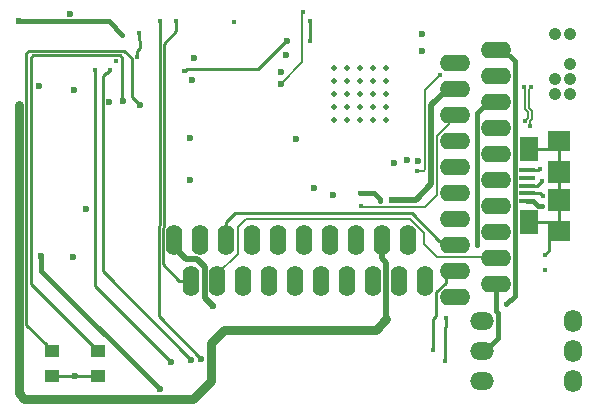
<source format=gtl>
G04*
G04 #@! TF.GenerationSoftware,Altium Limited,Altium Designer,21.0.8 (223)*
G04*
G04 Layer_Physical_Order=1*
G04 Layer_Color=255*
%FSLAX25Y25*%
%MOIN*%
G70*
G04*
G04 #@! TF.SameCoordinates,E158979E-E8F5-4E42-ABDF-87379EC9601E*
G04*
G04*
G04 #@! TF.FilePolarity,Positive*
G04*
G01*
G75*
%ADD10C,0.01000*%
%ADD14R,0.07480X0.07480*%
%ADD15R,0.07480X0.07087*%
%ADD16R,0.05315X0.01575*%
%ADD17R,0.06299X0.08268*%
%ADD18R,0.04724X0.04331*%
%ADD33C,0.01500*%
%ADD34C,0.00800*%
%ADD35C,0.02000*%
%ADD36C,0.03000*%
%ADD37O,0.06000X0.07500*%
%ADD38O,0.07874X0.05906*%
%ADD39O,0.10236X0.05512*%
%ADD40C,0.04134*%
%ADD41O,0.05512X0.10236*%
%ADD42C,0.01772*%
%ADD43C,0.02362*%
%ADD44C,0.01968*%
D10*
X238328Y335186D02*
X239100Y334414D01*
X209305Y335186D02*
X238328D01*
X208533Y334414D02*
X209305Y335186D01*
X207772Y336586D02*
X239728D01*
X242114Y334200D01*
X207000Y335814D02*
X207772Y336586D01*
X257000Y343181D02*
Y346686D01*
X251500Y278460D02*
Y346658D01*
X244524Y340257D02*
X245000Y339781D01*
X244524Y340257D02*
Y342667D01*
X251472Y346686D02*
X251500Y346658D01*
X245000Y337500D02*
Y339781D01*
X379800Y268700D02*
X381260Y270160D01*
X384303Y276715D02*
X384500D01*
X381260Y273672D02*
X384303Y276715D01*
X381260Y270160D02*
Y273672D01*
X381744Y279471D02*
X384500Y276715D01*
X374461Y279471D02*
X381744D01*
X384500Y286951D02*
Y296400D01*
Y276715D02*
Y286951D01*
Y296400D02*
Y306636D01*
X381744Y303880D02*
X384500Y306636D01*
X374461Y303880D02*
X381744D01*
X242114Y321286D02*
Y334200D01*
Y321286D02*
X244900Y318500D01*
X239100Y320000D02*
Y334414D01*
Y320000D02*
X239200Y319900D01*
X378166Y289117D02*
X379165Y288118D01*
X373969Y289117D02*
X378166D01*
X379165Y288118D02*
X379374D01*
X378769Y293119D02*
Y293266D01*
X377326Y291676D02*
X378769Y293119D01*
X373969Y291676D02*
X377326D01*
X377555Y296794D02*
X378161Y297400D01*
X373969Y296794D02*
X377555D01*
X223400Y228166D02*
X231100D01*
X215700D02*
X223400D01*
X207000Y245334D02*
Y335814D01*
X213838Y238299D02*
X215503Y236634D01*
X215700D01*
X213838Y238299D02*
Y238496D01*
X207000Y245334D02*
X213838Y238496D01*
X208533Y259001D02*
Y334414D01*
Y259001D02*
X229238Y238296D01*
Y238099D02*
Y238296D01*
X230903Y236434D02*
X231100D01*
X229238Y238099D02*
X230903Y236434D01*
X232445Y328345D02*
X233449Y329349D01*
X233875D01*
X234891Y330365D01*
X235100D01*
X230100Y258200D02*
Y330365D01*
X232445Y263255D02*
X262000Y233700D01*
X232445Y263255D02*
Y328345D01*
X230100Y258200D02*
X255300Y233000D01*
X284400Y330600D02*
X293719Y339919D01*
X293800D01*
X260498Y330600D02*
X284400D01*
X259823Y329925D02*
X260498Y330600D01*
X259614Y329925D02*
X259823D01*
X346908Y261325D02*
X348992Y263409D01*
X343709Y256155D02*
X346908Y259353D01*
X342599Y247213D02*
X343709Y248322D01*
X348992Y263409D02*
X349835D01*
X346908Y259353D02*
Y261325D01*
X343709Y248322D02*
Y256155D01*
X342599Y236901D02*
Y247213D01*
X301500Y346488D02*
X301609Y346597D01*
X301500Y340047D02*
Y346488D01*
X346800Y244719D02*
Y247600D01*
X344964Y273359D02*
X346252Y272071D01*
X335600Y282500D02*
X344741Y273359D01*
X344964D01*
X346252Y272071D02*
X349835D01*
X276500Y282500D02*
X335600D01*
X273517Y279517D02*
X276500Y282500D01*
X273517Y273643D02*
Y279517D01*
X314069Y259863D02*
Y263069D01*
X252900Y277880D02*
Y339081D01*
X252539Y277519D02*
X252900Y277880D01*
X251139Y248114D02*
Y253861D01*
X251139Y278099D02*
X251500Y278460D01*
X251139Y253861D02*
Y278099D01*
X346500Y244419D02*
X346800Y244719D01*
X346500Y233100D02*
Y244419D01*
X251139Y248114D02*
X265319Y233934D01*
X252539Y265424D02*
Y277519D01*
Y265424D02*
X258100Y259863D01*
X252900Y339081D02*
X257000Y343181D01*
X258100Y259863D02*
X262100D01*
X244000Y334531D02*
Y336500D01*
X245000Y337500D01*
D14*
X384500Y296400D02*
D03*
Y286951D02*
D03*
D15*
Y306636D02*
D03*
Y276715D02*
D03*
D16*
X373969Y291676D02*
D03*
Y289117D02*
D03*
Y286558D02*
D03*
Y294235D02*
D03*
Y296794D02*
D03*
D17*
X374461Y279471D02*
D03*
Y303880D02*
D03*
D18*
X215700Y228166D02*
D03*
Y236434D02*
D03*
X231100Y228166D02*
D03*
Y236434D02*
D03*
D33*
X367000Y252181D02*
X369882Y255063D01*
Y333126D01*
X365976Y337032D02*
X369882Y333126D01*
X375876Y286520D02*
X377444Y284952D01*
X379048D01*
X379100Y284900D01*
X373969Y286558D02*
X374006Y286520D01*
X375876D01*
X323000Y289100D02*
X324948Y287152D01*
Y286652D02*
X325000Y286600D01*
X324948Y286652D02*
Y287152D01*
X318400Y289100D02*
X323000D01*
X234500Y346500D02*
X239000Y342000D01*
X204636Y346500D02*
X234500D01*
X212100Y263400D02*
X251600Y223900D01*
X364156Y240756D02*
Y249316D01*
X363614Y249858D02*
X364156Y249316D01*
X363614Y249858D02*
Y259079D01*
X359069Y236653D02*
X360053D01*
X364156Y240756D01*
X357346Y271942D02*
X357390Y271898D01*
X357346Y271942D02*
Y315803D01*
X361252Y319709D01*
X363614D01*
X340053Y259863D02*
Y262225D01*
X363614Y337032D02*
X365976D01*
X212100Y263400D02*
Y268200D01*
D34*
X319650Y284500D02*
X339900D01*
X318560Y284840D02*
X318746Y284654D01*
X319496D02*
X319650Y284500D01*
X318746Y284654D02*
X319496D01*
X339900Y284500D02*
X343900Y288500D01*
X340100Y297139D02*
Y323619D01*
X337213Y296670D02*
X339631D01*
X343900Y288500D02*
Y308173D01*
X339631Y296670D02*
X340100Y297139D01*
X347872Y313416D02*
X349835Y315378D01*
X347872Y312145D02*
Y313416D01*
X343900Y308173D02*
X347872Y312145D01*
X373428Y317097D02*
Y323813D01*
X373300Y313363D02*
X373417D01*
X374372Y314317D02*
Y316153D01*
X375572Y313820D02*
Y316650D01*
X373417Y313363D02*
X374372Y314317D01*
X374628Y317594D02*
Y323821D01*
X373428Y317097D02*
X374372Y316153D01*
X375086Y311721D02*
Y313334D01*
X374628Y317594D02*
X375572Y316650D01*
X375086Y313334D02*
X375572Y313820D01*
X372840Y324401D02*
Y324664D01*
Y324401D02*
X373428Y323813D01*
X374628Y323821D02*
X375212Y324404D01*
Y324667D01*
X299100Y332908D02*
Y349400D01*
X299200Y349500D01*
X291847Y325655D02*
X299100Y332908D01*
X363554Y267800D02*
X363614Y267740D01*
X343800Y267800D02*
X363554D01*
X334800Y280500D02*
X339500Y275800D01*
Y272100D02*
Y275800D01*
X280300Y280500D02*
X334800D01*
X340100Y323619D02*
X344981Y328500D01*
X277600Y277800D02*
X280300Y280500D01*
X339500Y272100D02*
X343800Y267800D01*
X270761Y262225D02*
X277600Y269064D01*
Y277800D01*
X270761Y259863D02*
Y262225D01*
D35*
X328900Y286981D02*
X336981D01*
X342100Y292100D01*
Y318667D02*
X347472Y324039D01*
X342100Y292100D02*
Y318667D01*
X327100Y247100D02*
Y266000D01*
X325575Y267525D02*
Y273554D01*
Y267525D02*
X327100Y266000D01*
X325486Y273643D02*
X325575Y273554D01*
X347472Y324039D02*
X349835D01*
X266600Y254400D02*
Y264600D01*
Y254400D02*
X269300Y251700D01*
X264075Y267125D02*
X266600Y264600D01*
X260351Y267125D02*
X264075D01*
X256195Y271281D02*
Y273643D01*
Y271281D02*
X260351Y267125D01*
D36*
X323700Y243700D02*
X327100Y247100D01*
X273000Y243700D02*
X323700D01*
X268500Y226700D02*
Y239200D01*
X273000Y243700D01*
X206257Y220700D02*
X262500D01*
X204500Y222457D02*
Y318500D01*
X262500Y220700D02*
X268500Y226700D01*
X204500Y222457D02*
X206257Y220700D01*
D37*
X389202Y246641D02*
D03*
Y236641D02*
D03*
Y226641D02*
D03*
D38*
X359069Y246653D02*
D03*
Y236653D02*
D03*
Y226653D02*
D03*
D39*
X363614Y259079D02*
D03*
Y267740D02*
D03*
Y276402D02*
D03*
Y285063D02*
D03*
Y293724D02*
D03*
Y302386D02*
D03*
Y311047D02*
D03*
Y319709D02*
D03*
Y328370D02*
D03*
Y337032D02*
D03*
X349835Y254748D02*
D03*
Y263409D02*
D03*
Y272071D02*
D03*
Y280732D02*
D03*
Y289394D02*
D03*
Y298055D02*
D03*
Y306716D02*
D03*
Y315378D02*
D03*
Y324039D02*
D03*
Y332701D02*
D03*
D40*
X383300Y342400D02*
D03*
X388300D02*
D03*
Y332400D02*
D03*
X383300Y327400D02*
D03*
Y322400D02*
D03*
X388300Y327400D02*
D03*
Y322400D02*
D03*
D41*
X340053Y259863D02*
D03*
X331391D02*
D03*
X322730D02*
D03*
X314069D02*
D03*
X305407D02*
D03*
X296746D02*
D03*
X288084D02*
D03*
X279423D02*
D03*
X270761D02*
D03*
X262100D02*
D03*
X282179Y273643D02*
D03*
X308163D02*
D03*
X256195D02*
D03*
X264856D02*
D03*
X273517D02*
D03*
X290840D02*
D03*
X299502D02*
D03*
X316824D02*
D03*
X325486D02*
D03*
X334147D02*
D03*
D42*
X237000Y333300D02*
D03*
X244524Y342667D02*
D03*
X257000Y346686D02*
D03*
X251472D02*
D03*
X276300Y346400D02*
D03*
X379800Y263500D02*
D03*
Y268700D02*
D03*
X379100Y284900D02*
D03*
X379374Y288118D02*
D03*
X325000Y286600D02*
D03*
X318400Y289100D02*
D03*
X337213Y296670D02*
D03*
X318560Y284840D02*
D03*
X373300Y313363D02*
D03*
X375212Y324667D02*
D03*
X372840Y324664D02*
D03*
X375086Y311721D02*
D03*
X378769Y293266D02*
D03*
X378161Y297400D02*
D03*
X235100Y330365D02*
D03*
X230100D02*
D03*
X259614Y329925D02*
D03*
X367000Y252181D02*
D03*
X299200Y349500D02*
D03*
X301609Y346597D02*
D03*
X301500Y340047D02*
D03*
X346800Y247600D02*
D03*
X357390Y271898D02*
D03*
X344981Y328500D02*
D03*
X342599Y236901D02*
D03*
X346500Y233100D02*
D03*
X239000Y342000D02*
D03*
X244000Y334531D02*
D03*
D43*
X244900Y318500D02*
D03*
X239200Y319900D02*
D03*
X328900Y286981D02*
D03*
X223400Y228166D02*
D03*
X221500Y349000D02*
D03*
X211431Y325069D02*
D03*
X297000Y307319D02*
D03*
X261500Y307500D02*
D03*
X261600Y293500D02*
D03*
X293800Y339919D02*
D03*
X293600Y335200D02*
D03*
X291847Y325655D02*
D03*
X291935Y329449D02*
D03*
X337500Y299800D02*
D03*
X334000Y300400D02*
D03*
X329500Y299400D02*
D03*
X303092Y291031D02*
D03*
X309271Y288581D02*
D03*
X338819Y342100D02*
D03*
Y336700D02*
D03*
X263000Y334400D02*
D03*
X262300Y327000D02*
D03*
X269300Y251700D02*
D03*
X265319Y233934D02*
D03*
X262000Y233700D02*
D03*
X212100Y268200D02*
D03*
X251600Y223900D02*
D03*
X255300Y233000D02*
D03*
X234626Y319500D02*
D03*
X222965Y323500D02*
D03*
X204500Y318500D02*
D03*
X204636Y346500D02*
D03*
X227000Y284000D02*
D03*
X222500Y268000D02*
D03*
D44*
X309669Y313669D02*
D03*
X314000D02*
D03*
X318331D02*
D03*
X322661D02*
D03*
X326992D02*
D03*
X309669Y318000D02*
D03*
X314000D02*
D03*
X318331D02*
D03*
X322661D02*
D03*
X326992D02*
D03*
X309669Y322331D02*
D03*
X314000D02*
D03*
X318331D02*
D03*
X322661D02*
D03*
X326992D02*
D03*
X309669Y326661D02*
D03*
X314000D02*
D03*
X318331D02*
D03*
X322661D02*
D03*
X326992D02*
D03*
X309669Y330992D02*
D03*
X314000D02*
D03*
X318331D02*
D03*
X322661D02*
D03*
X326992D02*
D03*
M02*

</source>
